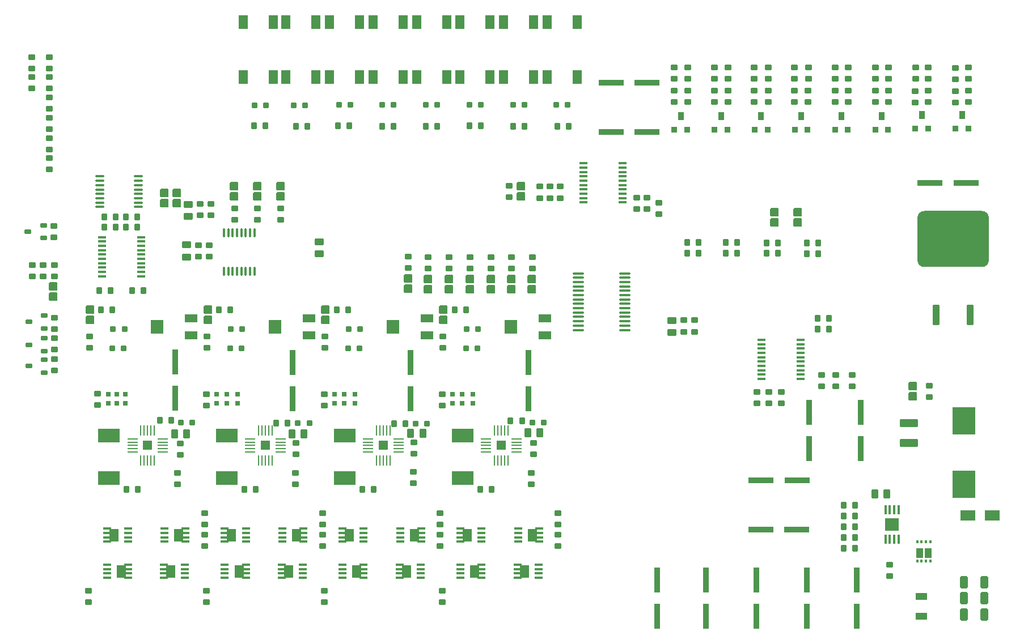
<source format=gtp>
%FSAX24Y24*%
%MOIN*%
G70*
G01*
G75*
G04 Layer_Color=8421504*
%ADD10O,0.0709X0.0138*%
G04:AMPARAMS|DCode=11|XSize=50mil|YSize=50mil|CornerRadius=6.3mil|HoleSize=0mil|Usage=FLASHONLY|Rotation=90.000|XOffset=0mil|YOffset=0mil|HoleType=Round|Shape=RoundedRectangle|*
%AMROUNDEDRECTD11*
21,1,0.0500,0.0375,0,0,90.0*
21,1,0.0375,0.0500,0,0,90.0*
1,1,0.0125,0.0188,0.0188*
1,1,0.0125,0.0188,-0.0188*
1,1,0.0125,-0.0188,-0.0188*
1,1,0.0125,-0.0188,0.0188*
%
%ADD11ROUNDEDRECTD11*%
%ADD12R,0.0354X0.1457*%
G04:AMPARAMS|DCode=13|XSize=55.1mil|YSize=39.4mil|CornerRadius=4.9mil|HoleSize=0mil|Usage=FLASHONLY|Rotation=270.000|XOffset=0mil|YOffset=0mil|HoleType=Round|Shape=RoundedRectangle|*
%AMROUNDEDRECTD13*
21,1,0.0551,0.0295,0,0,270.0*
21,1,0.0453,0.0394,0,0,270.0*
1,1,0.0098,-0.0148,-0.0226*
1,1,0.0098,-0.0148,0.0226*
1,1,0.0098,0.0148,0.0226*
1,1,0.0098,0.0148,-0.0226*
%
%ADD13ROUNDEDRECTD13*%
G04:AMPARAMS|DCode=14|XSize=39.4mil|YSize=35.4mil|CornerRadius=4.4mil|HoleSize=0mil|Usage=FLASHONLY|Rotation=180.000|XOffset=0mil|YOffset=0mil|HoleType=Round|Shape=RoundedRectangle|*
%AMROUNDEDRECTD14*
21,1,0.0394,0.0266,0,0,180.0*
21,1,0.0305,0.0354,0,0,180.0*
1,1,0.0089,-0.0153,0.0133*
1,1,0.0089,0.0153,0.0133*
1,1,0.0089,0.0153,-0.0133*
1,1,0.0089,-0.0153,-0.0133*
%
%ADD14ROUNDEDRECTD14*%
%ADD15R,0.0300X0.0300*%
G04:AMPARAMS|DCode=16|XSize=39.4mil|YSize=35.4mil|CornerRadius=4.4mil|HoleSize=0mil|Usage=FLASHONLY|Rotation=270.000|XOffset=0mil|YOffset=0mil|HoleType=Round|Shape=RoundedRectangle|*
%AMROUNDEDRECTD16*
21,1,0.0394,0.0266,0,0,270.0*
21,1,0.0305,0.0354,0,0,270.0*
1,1,0.0089,-0.0133,-0.0153*
1,1,0.0089,-0.0133,0.0153*
1,1,0.0089,0.0133,0.0153*
1,1,0.0089,0.0133,-0.0153*
%
%ADD16ROUNDEDRECTD16*%
G04:AMPARAMS|DCode=17|XSize=70.9mil|YSize=45.3mil|CornerRadius=5.7mil|HoleSize=0mil|Usage=FLASHONLY|Rotation=90.000|XOffset=0mil|YOffset=0mil|HoleType=Round|Shape=RoundedRectangle|*
%AMROUNDEDRECTD17*
21,1,0.0709,0.0340,0,0,90.0*
21,1,0.0595,0.0453,0,0,90.0*
1,1,0.0113,0.0170,0.0298*
1,1,0.0113,0.0170,-0.0298*
1,1,0.0113,-0.0170,-0.0298*
1,1,0.0113,-0.0170,0.0298*
%
%ADD17ROUNDEDRECTD17*%
G04:AMPARAMS|DCode=18|XSize=106.3mil|YSize=45.3mil|CornerRadius=5.7mil|HoleSize=0mil|Usage=FLASHONLY|Rotation=0.000|XOffset=0mil|YOffset=0mil|HoleType=Round|Shape=RoundedRectangle|*
%AMROUNDEDRECTD18*
21,1,0.1063,0.0340,0,0,0.0*
21,1,0.0950,0.0453,0,0,0.0*
1,1,0.0113,0.0475,-0.0170*
1,1,0.0113,-0.0475,-0.0170*
1,1,0.0113,-0.0475,0.0170*
1,1,0.0113,0.0475,0.0170*
%
%ADD18ROUNDEDRECTD18*%
%ADD19R,0.1457X0.0354*%
G04:AMPARAMS|DCode=20|XSize=55.1mil|YSize=39.4mil|CornerRadius=4.9mil|HoleSize=0mil|Usage=FLASHONLY|Rotation=180.000|XOffset=0mil|YOffset=0mil|HoleType=Round|Shape=RoundedRectangle|*
%AMROUNDEDRECTD20*
21,1,0.0551,0.0295,0,0,180.0*
21,1,0.0453,0.0394,0,0,180.0*
1,1,0.0098,-0.0226,0.0148*
1,1,0.0098,0.0226,0.0148*
1,1,0.0098,0.0226,-0.0148*
1,1,0.0098,-0.0226,-0.0148*
%
%ADD20ROUNDEDRECTD20*%
%ADD21R,0.0860X0.0640*%
%ADD22R,0.0360X0.0360*%
%ADD23R,0.0360X0.0500*%
G04:AMPARAMS|DCode=24|XSize=31.5mil|YSize=31.5mil|CornerRadius=3.9mil|HoleSize=0mil|Usage=FLASHONLY|Rotation=180.000|XOffset=0mil|YOffset=0mil|HoleType=Round|Shape=RoundedRectangle|*
%AMROUNDEDRECTD24*
21,1,0.0315,0.0236,0,0,180.0*
21,1,0.0236,0.0315,0,0,180.0*
1,1,0.0079,-0.0118,0.0118*
1,1,0.0079,0.0118,0.0118*
1,1,0.0079,0.0118,-0.0118*
1,1,0.0079,-0.0118,-0.0118*
%
%ADD24ROUNDEDRECTD24*%
%ADD25R,0.1380X0.1610*%
%ADD26R,0.0500X0.0160*%
%ADD27R,0.0680X0.0880*%
%ADD28R,0.1043X0.0772*%
%ADD29R,0.0157X0.0500*%
G04:AMPARAMS|DCode=30|XSize=23.6mil|YSize=39.4mil|CornerRadius=3mil|HoleSize=0mil|Usage=FLASHONLY|Rotation=90.000|XOffset=0mil|YOffset=0mil|HoleType=Round|Shape=RoundedRectangle|*
%AMROUNDEDRECTD30*
21,1,0.0236,0.0335,0,0,90.0*
21,1,0.0177,0.0394,0,0,90.0*
1,1,0.0059,0.0167,0.0089*
1,1,0.0059,0.0167,-0.0089*
1,1,0.0059,-0.0167,-0.0089*
1,1,0.0059,-0.0167,0.0089*
%
%ADD30ROUNDEDRECTD30*%
%ADD31R,0.1250X0.0800*%
%ADD32R,0.0710X0.0440*%
%ADD33R,0.0551X0.0827*%
%ADD34R,0.0748X0.0787*%
%ADD35R,0.0748X0.0512*%
%ADD36R,0.0965X0.0965*%
%ADD37R,0.0100X0.0591*%
%ADD38R,0.0591X0.0100*%
%ADD39O,0.0157X0.0591*%
%ADD40R,0.0161X0.0540*%
%ADD41R,0.0790X0.0740*%
G04:AMPARAMS|DCode=42|XSize=330mil|YSize=420mil|CornerRadius=41.3mil|HoleSize=0mil|Usage=FLASHONLY|Rotation=270.000|XOffset=0mil|YOffset=0mil|HoleType=Round|Shape=RoundedRectangle|*
%AMROUNDEDRECTD42*
21,1,0.3300,0.3375,0,0,270.0*
21,1,0.2475,0.4200,0,0,270.0*
1,1,0.0825,-0.1688,-0.1238*
1,1,0.0825,-0.1688,0.1238*
1,1,0.0825,0.1688,0.1238*
1,1,0.0825,0.1688,-0.1238*
%
%ADD42ROUNDEDRECTD42*%
G04:AMPARAMS|DCode=43|XSize=120mil|YSize=40mil|CornerRadius=5mil|HoleSize=0mil|Usage=FLASHONLY|Rotation=270.000|XOffset=0mil|YOffset=0mil|HoleType=Round|Shape=RoundedRectangle|*
%AMROUNDEDRECTD43*
21,1,0.1200,0.0300,0,0,270.0*
21,1,0.1100,0.0400,0,0,270.0*
1,1,0.0100,-0.0150,-0.0550*
1,1,0.0100,-0.0150,0.0550*
1,1,0.0100,0.0150,0.0550*
1,1,0.0100,0.0150,-0.0550*
%
%ADD43ROUNDEDRECTD43*%
%ADD44O,0.0591X0.0157*%
%ADD45O,0.0591X0.0157*%
%ADD46C,0.0080*%
%ADD47C,0.0100*%
%ADD48C,0.0150*%
%ADD49C,0.1000*%
%ADD50C,0.0500*%
%ADD51C,0.0350*%
%ADD52C,0.0450*%
%ADD53C,0.0200*%
%ADD54C,0.0600*%
%ADD55C,0.0300*%
%ADD56C,0.0400*%
%ADD57C,0.0250*%
%ADD58C,0.2087*%
%ADD59C,0.0600*%
%ADD60C,0.0900*%
%ADD61O,0.0650X0.0900*%
%ADD62C,0.0800*%
%ADD63O,0.0413X0.0591*%
%ADD64O,0.0591X0.0787*%
G04:AMPARAMS|DCode=65|XSize=78.7mil|YSize=59.1mil|CornerRadius=7.4mil|HoleSize=0mil|Usage=FLASHONLY|Rotation=90.000|XOffset=0mil|YOffset=0mil|HoleType=Round|Shape=RoundedRectangle|*
%AMROUNDEDRECTD65*
21,1,0.0787,0.0443,0,0,90.0*
21,1,0.0640,0.0591,0,0,90.0*
1,1,0.0148,0.0221,0.0320*
1,1,0.0148,0.0221,-0.0320*
1,1,0.0148,-0.0221,-0.0320*
1,1,0.0148,-0.0221,0.0320*
%
%ADD65ROUNDEDRECTD65*%
G04:AMPARAMS|DCode=66|XSize=78.7mil|YSize=78.7mil|CornerRadius=19.7mil|HoleSize=0mil|Usage=FLASHONLY|Rotation=0.000|XOffset=0mil|YOffset=0mil|HoleType=Round|Shape=RoundedRectangle|*
%AMROUNDEDRECTD66*
21,1,0.0787,0.0394,0,0,0.0*
21,1,0.0394,0.0787,0,0,0.0*
1,1,0.0394,0.0197,-0.0197*
1,1,0.0394,-0.0197,-0.0197*
1,1,0.0394,-0.0197,0.0197*
1,1,0.0394,0.0197,0.0197*
%
%ADD66ROUNDEDRECTD66*%
%ADD67C,0.0591*%
G04:AMPARAMS|DCode=68|XSize=59.1mil|YSize=59.1mil|CornerRadius=7.4mil|HoleSize=0mil|Usage=FLASHONLY|Rotation=0.000|XOffset=0mil|YOffset=0mil|HoleType=Round|Shape=RoundedRectangle|*
%AMROUNDEDRECTD68*
21,1,0.0591,0.0443,0,0,0.0*
21,1,0.0443,0.0591,0,0,0.0*
1,1,0.0148,0.0221,-0.0221*
1,1,0.0148,-0.0221,-0.0221*
1,1,0.0148,-0.0221,0.0221*
1,1,0.0148,0.0221,0.0221*
%
%ADD68ROUNDEDRECTD68*%
%ADD69C,0.0394*%
%ADD70O,0.0591X0.0413*%
%ADD71O,0.0600X0.0800*%
%ADD72O,0.0550X0.0800*%
%ADD73C,0.0300*%
%ADD74C,0.0250*%
%ADD75C,0.0290*%
%ADD76C,0.0310*%
%ADD77C,0.0360*%
%ADD78C,0.0350*%
%ADD79C,0.0098*%
%ADD80C,0.0197*%
%ADD81C,0.0060*%
%ADD82C,0.0050*%
%ADD83C,0.0236*%
%ADD84C,0.0070*%
%ADD85C,0.0079*%
%ADD86C,0.0075*%
%ADD87C,0.0090*%
%ADD88C,0.0040*%
%ADD89R,0.0669X0.0738*%
%ADD90R,0.0650X0.0768*%
%ADD91R,0.0738X0.0669*%
%ADD92R,0.0768X0.0650*%
%ADD93R,0.0472X0.0118*%
%ADD94R,0.0523X0.0723*%
%ADD95R,0.0571X0.0571*%
%ADD96O,0.0117X0.0551*%
%ADD97O,0.0551X0.0117*%
G36*
X070530Y045207D02*
X070396D01*
Y045384D01*
X070530D01*
Y045207D01*
D02*
G37*
G36*
Y045474D02*
X070128D01*
Y046045D01*
X070530D01*
Y045474D01*
D02*
G37*
G36*
X070274Y045207D02*
X070140D01*
Y045384D01*
X070274D01*
Y045207D01*
D02*
G37*
G36*
X069762D02*
X069628D01*
Y045384D01*
X069762D01*
Y045207D01*
D02*
G37*
G36*
X070018D02*
X069884D01*
Y045384D01*
X070018D01*
Y045207D01*
D02*
G37*
G36*
X070274Y046339D02*
X070140D01*
Y046516D01*
X070274D01*
Y046339D01*
D02*
G37*
G36*
X070530D02*
X070396D01*
Y046516D01*
X070530D01*
Y046339D01*
D02*
G37*
G36*
X069762D02*
X069628D01*
Y046516D01*
X069762D01*
Y046339D01*
D02*
G37*
G36*
X070030Y045474D02*
X069628D01*
Y046045D01*
X070030D01*
Y045474D01*
D02*
G37*
G36*
X070018Y046335D02*
X069884D01*
Y046512D01*
X070018D01*
Y046335D01*
D02*
G37*
D10*
X049761Y058898D02*
D03*
Y059154D02*
D03*
Y059410D02*
D03*
Y059666D02*
D03*
Y059922D02*
D03*
Y060178D02*
D03*
Y060433D02*
D03*
Y060689D02*
D03*
Y060945D02*
D03*
Y061201D02*
D03*
Y061457D02*
D03*
Y061713D02*
D03*
Y061969D02*
D03*
Y062225D02*
D03*
X052517D02*
D03*
Y061969D02*
D03*
Y061713D02*
D03*
Y061457D02*
D03*
Y061201D02*
D03*
Y060945D02*
D03*
Y060689D02*
D03*
Y060433D02*
D03*
Y060178D02*
D03*
Y059922D02*
D03*
Y059666D02*
D03*
Y059410D02*
D03*
Y059154D02*
D03*
Y058898D02*
D03*
D11*
X025431Y066939D02*
D03*
Y066339D02*
D03*
X032283Y067347D02*
D03*
Y066747D02*
D03*
X040945Y061275D02*
D03*
Y061875D02*
D03*
X026159Y066944D02*
D03*
Y066344D02*
D03*
X030906Y067347D02*
D03*
Y066747D02*
D03*
X042163Y061275D02*
D03*
Y061875D02*
D03*
X029528Y067347D02*
D03*
Y066747D02*
D03*
X043406Y061275D02*
D03*
Y061875D02*
D03*
X044646Y061275D02*
D03*
Y061875D02*
D03*
X045827Y061275D02*
D03*
Y061875D02*
D03*
X047047Y061275D02*
D03*
Y061875D02*
D03*
X069449Y054976D02*
D03*
Y055576D02*
D03*
X046388Y067357D02*
D03*
Y066757D02*
D03*
X018898Y060842D02*
D03*
Y061442D02*
D03*
X021063Y060071D02*
D03*
Y059471D02*
D03*
X027992Y060071D02*
D03*
Y059471D02*
D03*
X034921Y060071D02*
D03*
Y059471D02*
D03*
X041850Y060071D02*
D03*
Y059471D02*
D03*
X039764Y061314D02*
D03*
Y061914D02*
D03*
X061309Y065831D02*
D03*
Y065231D02*
D03*
X062657Y065812D02*
D03*
Y065212D02*
D03*
D12*
X026061Y054895D02*
D03*
Y057021D02*
D03*
X032975Y054855D02*
D03*
Y056981D02*
D03*
X039904Y054855D02*
D03*
Y056981D02*
D03*
X046833Y054855D02*
D03*
Y056981D02*
D03*
X063346Y054055D02*
D03*
Y051929D02*
D03*
X066378Y054055D02*
D03*
Y051929D02*
D03*
X066142Y042047D02*
D03*
Y044173D02*
D03*
X054409Y042047D02*
D03*
Y044173D02*
D03*
X060236Y042047D02*
D03*
Y044173D02*
D03*
X063189Y042047D02*
D03*
Y044173D02*
D03*
X057283Y042047D02*
D03*
Y044173D02*
D03*
D13*
X026742Y052776D02*
D03*
X026033D02*
D03*
X033652D02*
D03*
X032943D02*
D03*
X040630Y052815D02*
D03*
X039921D02*
D03*
X047520Y052835D02*
D03*
X046811D02*
D03*
X067205Y049252D02*
D03*
X067913D02*
D03*
D14*
X026378Y052224D02*
D03*
Y051555D02*
D03*
X033179Y052237D02*
D03*
Y051568D02*
D03*
X040098Y052274D02*
D03*
Y051604D02*
D03*
X047126Y052254D02*
D03*
Y051585D02*
D03*
X026211Y050492D02*
D03*
Y049823D02*
D03*
X033150Y050472D02*
D03*
Y049803D02*
D03*
X040069Y050561D02*
D03*
Y049892D02*
D03*
X047018Y050482D02*
D03*
Y049813D02*
D03*
X056201Y073681D02*
D03*
Y074350D02*
D03*
X028081Y063898D02*
D03*
Y063228D02*
D03*
X027441Y063878D02*
D03*
Y063209D02*
D03*
X058563Y073681D02*
D03*
Y074350D02*
D03*
X060945Y073681D02*
D03*
Y074350D02*
D03*
X055984Y059468D02*
D03*
Y058799D02*
D03*
X056614Y059468D02*
D03*
Y058799D02*
D03*
X063307Y073681D02*
D03*
Y074350D02*
D03*
X065650Y073681D02*
D03*
Y074350D02*
D03*
X067992Y073681D02*
D03*
Y074350D02*
D03*
X070354Y073681D02*
D03*
Y074350D02*
D03*
X064055Y055571D02*
D03*
Y056240D02*
D03*
X064921Y055571D02*
D03*
Y056240D02*
D03*
X065866Y055571D02*
D03*
Y056240D02*
D03*
X072717Y073681D02*
D03*
Y074350D02*
D03*
X060276Y055256D02*
D03*
Y054587D02*
D03*
X060984Y055263D02*
D03*
Y054594D02*
D03*
X061693Y055263D02*
D03*
Y054594D02*
D03*
X054508Y065728D02*
D03*
Y066398D02*
D03*
X053819Y066014D02*
D03*
Y066683D02*
D03*
X053194Y066004D02*
D03*
Y066673D02*
D03*
X047500Y067333D02*
D03*
Y066663D02*
D03*
X048720Y067333D02*
D03*
Y066663D02*
D03*
X048110Y067333D02*
D03*
Y066663D02*
D03*
X027549Y065650D02*
D03*
Y066319D02*
D03*
X028169Y065650D02*
D03*
Y066319D02*
D03*
X017638Y074961D02*
D03*
Y074291D02*
D03*
X018661Y074961D02*
D03*
Y074291D02*
D03*
X018661Y072579D02*
D03*
Y071909D02*
D03*
X018661Y070197D02*
D03*
Y069527D02*
D03*
X027793Y047434D02*
D03*
Y048103D02*
D03*
X034722Y047434D02*
D03*
Y048103D02*
D03*
X041651Y047434D02*
D03*
Y048103D02*
D03*
X048580Y047434D02*
D03*
Y048103D02*
D03*
X020982Y042867D02*
D03*
Y043537D02*
D03*
X027911Y042867D02*
D03*
Y043537D02*
D03*
X034840Y042867D02*
D03*
Y043537D02*
D03*
X041769Y042867D02*
D03*
Y043537D02*
D03*
X027795Y046838D02*
D03*
Y046169D02*
D03*
X034724Y046838D02*
D03*
Y046169D02*
D03*
X041654Y046838D02*
D03*
Y046169D02*
D03*
X048583Y046838D02*
D03*
Y046169D02*
D03*
X045689Y067382D02*
D03*
Y066713D02*
D03*
X021496Y054468D02*
D03*
Y055138D02*
D03*
X027913Y054437D02*
D03*
Y055106D02*
D03*
X034843Y054437D02*
D03*
Y055106D02*
D03*
X041772Y054437D02*
D03*
Y055106D02*
D03*
X021024Y058531D02*
D03*
Y057862D02*
D03*
X027953Y058531D02*
D03*
Y057862D02*
D03*
X034882Y058531D02*
D03*
Y057862D02*
D03*
X041811Y058531D02*
D03*
Y057862D02*
D03*
X056201Y072303D02*
D03*
Y072972D02*
D03*
X055413Y072972D02*
D03*
Y072303D02*
D03*
Y074350D02*
D03*
Y073681D02*
D03*
X029567Y065374D02*
D03*
Y066043D02*
D03*
X058563Y072303D02*
D03*
Y072972D02*
D03*
X068081Y045098D02*
D03*
Y044429D02*
D03*
X030906Y065374D02*
D03*
Y066043D02*
D03*
X057776Y072972D02*
D03*
Y072303D02*
D03*
Y074350D02*
D03*
Y073681D02*
D03*
X032283Y065374D02*
D03*
Y066043D02*
D03*
X060925Y072303D02*
D03*
Y072972D02*
D03*
X060118Y072972D02*
D03*
Y072303D02*
D03*
Y074350D02*
D03*
Y073681D02*
D03*
X040945Y063169D02*
D03*
Y062500D02*
D03*
X063287Y072303D02*
D03*
Y072972D02*
D03*
X042165Y063169D02*
D03*
Y062500D02*
D03*
X062480Y072972D02*
D03*
Y072303D02*
D03*
Y074350D02*
D03*
Y073681D02*
D03*
X043406Y063169D02*
D03*
Y062500D02*
D03*
X044652Y063169D02*
D03*
Y062500D02*
D03*
X047066Y063169D02*
D03*
Y062500D02*
D03*
X045827Y063169D02*
D03*
Y062500D02*
D03*
X065650Y072303D02*
D03*
Y072972D02*
D03*
X064882Y072972D02*
D03*
Y072303D02*
D03*
X064862Y074350D02*
D03*
Y073681D02*
D03*
X039764Y063209D02*
D03*
Y062539D02*
D03*
X068012Y072303D02*
D03*
Y072972D02*
D03*
X067224Y072972D02*
D03*
Y072303D02*
D03*
Y074350D02*
D03*
Y073681D02*
D03*
X070354Y072303D02*
D03*
Y072972D02*
D03*
X069587Y072953D02*
D03*
Y072283D02*
D03*
X069606Y074350D02*
D03*
Y073681D02*
D03*
X070413Y054941D02*
D03*
Y055610D02*
D03*
X072717Y072303D02*
D03*
Y072972D02*
D03*
X071949Y072953D02*
D03*
Y072283D02*
D03*
Y074331D02*
D03*
Y073661D02*
D03*
X018957Y062726D02*
D03*
Y062057D02*
D03*
X018307Y062047D02*
D03*
Y062717D02*
D03*
X017677Y062047D02*
D03*
Y062717D02*
D03*
X018661Y069016D02*
D03*
Y068346D02*
D03*
Y071398D02*
D03*
Y070728D02*
D03*
Y073780D02*
D03*
Y073110D02*
D03*
X017638Y073780D02*
D03*
Y073110D02*
D03*
X018937Y065020D02*
D03*
Y064350D02*
D03*
X018976Y059626D02*
D03*
Y058957D02*
D03*
Y058406D02*
D03*
Y057736D02*
D03*
Y057185D02*
D03*
Y056516D02*
D03*
D15*
X022126Y054568D02*
D03*
Y055118D02*
D03*
X028502Y054581D02*
D03*
Y055131D02*
D03*
X035431Y054581D02*
D03*
Y055131D02*
D03*
X042360Y054581D02*
D03*
Y055131D02*
D03*
X023150Y055117D02*
D03*
Y054567D02*
D03*
X029722Y055130D02*
D03*
Y054580D02*
D03*
X036651Y055130D02*
D03*
Y054580D02*
D03*
X043580Y055130D02*
D03*
Y054580D02*
D03*
X022638Y054568D02*
D03*
Y055118D02*
D03*
X029092Y054581D02*
D03*
Y055131D02*
D03*
X036021Y054581D02*
D03*
Y055131D02*
D03*
X042950Y054581D02*
D03*
Y055131D02*
D03*
D16*
X065374Y046693D02*
D03*
X066043D02*
D03*
X066043Y047953D02*
D03*
X065374D02*
D03*
X060846Y064016D02*
D03*
X061516D02*
D03*
X063211Y064016D02*
D03*
X063880D02*
D03*
X056177Y064055D02*
D03*
X056847D02*
D03*
X058445Y064035D02*
D03*
X059114D02*
D03*
X021604Y061230D02*
D03*
X022274D02*
D03*
X023533Y061220D02*
D03*
X024203D02*
D03*
X021890Y064951D02*
D03*
X022559D02*
D03*
X023848D02*
D03*
X023179D02*
D03*
X021890Y065561D02*
D03*
X022559D02*
D03*
X023848D02*
D03*
X023179D02*
D03*
X023206Y049501D02*
D03*
X023876D02*
D03*
X030135D02*
D03*
X030805D02*
D03*
X037065D02*
D03*
X037734D02*
D03*
X043994D02*
D03*
X044663D02*
D03*
X021713Y060086D02*
D03*
X022382D02*
D03*
X028642D02*
D03*
X029311D02*
D03*
X035571D02*
D03*
X036240D02*
D03*
X042500D02*
D03*
X043169D02*
D03*
X058445Y063406D02*
D03*
X059114D02*
D03*
X056177Y063425D02*
D03*
X056847D02*
D03*
X065374Y046063D02*
D03*
X066043D02*
D03*
X066043Y047323D02*
D03*
X065374D02*
D03*
X065374Y048583D02*
D03*
X066043D02*
D03*
X025837Y053573D02*
D03*
X025167D02*
D03*
X032667Y053406D02*
D03*
X031998D02*
D03*
X039616Y053386D02*
D03*
X038947D02*
D03*
X046457Y053543D02*
D03*
X045787D02*
D03*
X049193Y070866D02*
D03*
X048524D02*
D03*
X046594D02*
D03*
X045925D02*
D03*
X044035Y070906D02*
D03*
X043366D02*
D03*
X041476Y070866D02*
D03*
X040807D02*
D03*
X038917D02*
D03*
X038248D02*
D03*
X035650Y070906D02*
D03*
X036319D02*
D03*
X033839Y070866D02*
D03*
X033169D02*
D03*
X063211Y063386D02*
D03*
X063880D02*
D03*
X060846Y063406D02*
D03*
X061516D02*
D03*
X031358Y070906D02*
D03*
X030689D02*
D03*
X063848Y058937D02*
D03*
X064518D02*
D03*
X063848Y059587D02*
D03*
X064518D02*
D03*
D17*
X072441Y043110D02*
D03*
X073622D02*
D03*
X072441Y042165D02*
D03*
X073622D02*
D03*
X072441Y044055D02*
D03*
X073622D02*
D03*
D18*
X069213Y053425D02*
D03*
Y052244D02*
D03*
D19*
X070433Y067559D02*
D03*
X072559D02*
D03*
X060512Y050039D02*
D03*
X062638D02*
D03*
X060488Y047165D02*
D03*
X062614D02*
D03*
X053819Y070551D02*
D03*
X051693D02*
D03*
X053819Y073465D02*
D03*
X051693D02*
D03*
D20*
X026742Y063195D02*
D03*
Y063903D02*
D03*
X055276Y058740D02*
D03*
Y059449D02*
D03*
X026850Y066299D02*
D03*
Y065591D02*
D03*
X034537Y064085D02*
D03*
Y063376D02*
D03*
D21*
X074116Y047992D02*
D03*
X072656D02*
D03*
D22*
X056163Y070669D02*
D03*
X055413Y070669D02*
D03*
X058526Y070669D02*
D03*
X057776Y070669D02*
D03*
X060888Y070669D02*
D03*
X060138Y070669D02*
D03*
X063250Y070669D02*
D03*
X062500Y070669D02*
D03*
X065612Y070669D02*
D03*
X064862Y070669D02*
D03*
X067974Y070669D02*
D03*
X067224Y070669D02*
D03*
X070337Y070748D02*
D03*
X069587Y070748D02*
D03*
X072699Y070748D02*
D03*
X071949Y070748D02*
D03*
D23*
X055793Y071469D02*
D03*
X058156D02*
D03*
X060518Y071469D02*
D03*
X062880Y071469D02*
D03*
X065242D02*
D03*
X067604D02*
D03*
X069967Y071548D02*
D03*
X072329D02*
D03*
D24*
X022421Y058945D02*
D03*
X023091D02*
D03*
X029350D02*
D03*
X030020D02*
D03*
X036280D02*
D03*
X036949D02*
D03*
X043209D02*
D03*
X043878D02*
D03*
X048484Y072146D02*
D03*
X049154D02*
D03*
X045925Y072146D02*
D03*
X046594D02*
D03*
X043366Y072146D02*
D03*
X044035D02*
D03*
X040807D02*
D03*
X041476D02*
D03*
X038248D02*
D03*
X038917D02*
D03*
X035689D02*
D03*
X036358D02*
D03*
X033051Y072126D02*
D03*
X033720D02*
D03*
X030728D02*
D03*
X031398D02*
D03*
X026398Y053465D02*
D03*
X027067D02*
D03*
X033287Y053406D02*
D03*
X033957D02*
D03*
X040197Y053386D02*
D03*
X040866D02*
D03*
X047067Y053455D02*
D03*
X047736D02*
D03*
X022382Y057803D02*
D03*
X023051D02*
D03*
X029311D02*
D03*
X029980D02*
D03*
X036240D02*
D03*
X036909D02*
D03*
X043169D02*
D03*
X043839D02*
D03*
D25*
X072441Y053563D02*
D03*
Y049823D02*
D03*
D26*
X023295Y046434D02*
D03*
Y046694D02*
D03*
Y046954D02*
D03*
Y047214D02*
D03*
X022055Y046434D02*
D03*
Y046694D02*
D03*
Y046954D02*
D03*
Y047214D02*
D03*
X030224Y046434D02*
D03*
Y046694D02*
D03*
Y046954D02*
D03*
Y047214D02*
D03*
X028984Y046434D02*
D03*
Y046694D02*
D03*
Y046954D02*
D03*
Y047214D02*
D03*
X037153Y046434D02*
D03*
Y046694D02*
D03*
Y046954D02*
D03*
Y047214D02*
D03*
X035913Y046434D02*
D03*
Y046694D02*
D03*
Y046954D02*
D03*
Y047214D02*
D03*
X044082Y046434D02*
D03*
Y046694D02*
D03*
Y046954D02*
D03*
Y047214D02*
D03*
X042842Y046434D02*
D03*
Y046694D02*
D03*
Y046954D02*
D03*
Y047214D02*
D03*
X025441D02*
D03*
Y046954D02*
D03*
Y046694D02*
D03*
Y046434D02*
D03*
X026681Y047214D02*
D03*
Y046954D02*
D03*
Y046694D02*
D03*
Y046434D02*
D03*
X032370Y047214D02*
D03*
Y046954D02*
D03*
Y046694D02*
D03*
Y046434D02*
D03*
X033610Y047214D02*
D03*
Y046954D02*
D03*
Y046694D02*
D03*
Y046434D02*
D03*
X039299Y047214D02*
D03*
Y046954D02*
D03*
Y046694D02*
D03*
Y046434D02*
D03*
X040539Y047214D02*
D03*
Y046954D02*
D03*
Y046694D02*
D03*
Y046434D02*
D03*
X046228Y047214D02*
D03*
Y046954D02*
D03*
Y046694D02*
D03*
Y046434D02*
D03*
X047468Y047214D02*
D03*
Y046954D02*
D03*
Y046694D02*
D03*
Y046434D02*
D03*
X022055Y045088D02*
D03*
Y044828D02*
D03*
Y044568D02*
D03*
Y044308D02*
D03*
X023295Y045088D02*
D03*
Y044828D02*
D03*
Y044568D02*
D03*
Y044308D02*
D03*
X028984Y045088D02*
D03*
Y044828D02*
D03*
Y044568D02*
D03*
Y044308D02*
D03*
X030224Y045088D02*
D03*
Y044828D02*
D03*
Y044568D02*
D03*
Y044308D02*
D03*
X035913Y045088D02*
D03*
Y044828D02*
D03*
Y044568D02*
D03*
Y044308D02*
D03*
X037153Y045088D02*
D03*
Y044828D02*
D03*
Y044568D02*
D03*
Y044308D02*
D03*
X042842Y045088D02*
D03*
Y044828D02*
D03*
Y044568D02*
D03*
Y044308D02*
D03*
X044082Y045088D02*
D03*
Y044828D02*
D03*
Y044568D02*
D03*
Y044308D02*
D03*
X026641D02*
D03*
Y044568D02*
D03*
Y044828D02*
D03*
Y045088D02*
D03*
X025401Y044308D02*
D03*
Y044568D02*
D03*
Y044828D02*
D03*
Y045088D02*
D03*
X033570Y044308D02*
D03*
Y044568D02*
D03*
Y044828D02*
D03*
Y045088D02*
D03*
X032330Y044308D02*
D03*
Y044568D02*
D03*
Y044828D02*
D03*
Y045088D02*
D03*
X040500Y044308D02*
D03*
Y044568D02*
D03*
Y044828D02*
D03*
Y045088D02*
D03*
X039260Y044308D02*
D03*
Y044568D02*
D03*
Y044828D02*
D03*
Y045088D02*
D03*
X047429Y044308D02*
D03*
Y044568D02*
D03*
Y044828D02*
D03*
Y045088D02*
D03*
X046189Y044308D02*
D03*
Y044568D02*
D03*
Y044828D02*
D03*
Y045088D02*
D03*
D30*
X018366Y056398D02*
D03*
Y057146D02*
D03*
X017461Y056772D02*
D03*
X018366Y057657D02*
D03*
Y058406D02*
D03*
X017461Y058032D02*
D03*
X018366Y058996D02*
D03*
Y059744D02*
D03*
X017461Y059370D02*
D03*
X018327Y064311D02*
D03*
Y065059D02*
D03*
X017421Y064685D02*
D03*
D31*
X022172Y050187D02*
D03*
Y052687D02*
D03*
X029101Y050187D02*
D03*
Y052687D02*
D03*
X036030Y050187D02*
D03*
Y052687D02*
D03*
X042959Y050187D02*
D03*
Y052687D02*
D03*
D32*
X069951Y043228D02*
D03*
Y042048D02*
D03*
D33*
X049705Y073780D02*
D03*
X047933D02*
D03*
Y077008D02*
D03*
X049705D02*
D03*
X047146Y073780D02*
D03*
X045374D02*
D03*
Y077008D02*
D03*
X047146D02*
D03*
X044587Y073780D02*
D03*
X042815D02*
D03*
Y077008D02*
D03*
X044587D02*
D03*
X042028Y073780D02*
D03*
X040256D02*
D03*
Y077008D02*
D03*
X042028D02*
D03*
X039469Y073780D02*
D03*
X037697D02*
D03*
Y077008D02*
D03*
X039469D02*
D03*
X036909Y073780D02*
D03*
X035138D02*
D03*
Y077008D02*
D03*
X036909D02*
D03*
X034350Y073780D02*
D03*
X032579D02*
D03*
Y077008D02*
D03*
X034350D02*
D03*
X031831Y073780D02*
D03*
X030059D02*
D03*
Y077008D02*
D03*
X031831D02*
D03*
D34*
X025008Y059090D02*
D03*
X031937D02*
D03*
X038866D02*
D03*
X045795D02*
D03*
D35*
X027008Y059590D02*
D03*
Y058590D02*
D03*
X033937Y059590D02*
D03*
Y058590D02*
D03*
X040866Y059590D02*
D03*
Y058590D02*
D03*
X047795Y059590D02*
D03*
Y058590D02*
D03*
D37*
X024053Y052989D02*
D03*
X024250D02*
D03*
X024446D02*
D03*
X024643D02*
D03*
X024840D02*
D03*
Y051210D02*
D03*
X024643D02*
D03*
X024446D02*
D03*
X024250D02*
D03*
X024053D02*
D03*
X030982Y052989D02*
D03*
X031179D02*
D03*
X031376D02*
D03*
X031572D02*
D03*
X031769D02*
D03*
Y051210D02*
D03*
X031572D02*
D03*
X031376D02*
D03*
X031179D02*
D03*
X030982D02*
D03*
X037911Y052989D02*
D03*
X038108D02*
D03*
X038305D02*
D03*
X038502D02*
D03*
X038698D02*
D03*
Y051210D02*
D03*
X038502D02*
D03*
X038305D02*
D03*
X038108D02*
D03*
X037911D02*
D03*
X044840Y052989D02*
D03*
X045037D02*
D03*
X045234D02*
D03*
X045431D02*
D03*
X045628D02*
D03*
Y051210D02*
D03*
X045431D02*
D03*
X045234D02*
D03*
X045037D02*
D03*
X044840D02*
D03*
D38*
X025336Y052493D02*
D03*
Y052296D02*
D03*
Y052100D02*
D03*
Y051903D02*
D03*
Y051706D02*
D03*
X023557D02*
D03*
Y051903D02*
D03*
Y052100D02*
D03*
Y052296D02*
D03*
Y052493D02*
D03*
X032265D02*
D03*
Y052296D02*
D03*
Y052100D02*
D03*
Y051903D02*
D03*
Y051706D02*
D03*
X030486D02*
D03*
Y051903D02*
D03*
Y052100D02*
D03*
Y052296D02*
D03*
Y052493D02*
D03*
X039194D02*
D03*
Y052296D02*
D03*
Y052100D02*
D03*
Y051903D02*
D03*
Y051706D02*
D03*
X037415D02*
D03*
Y051903D02*
D03*
Y052100D02*
D03*
Y052296D02*
D03*
Y052493D02*
D03*
X046124D02*
D03*
Y052296D02*
D03*
Y052100D02*
D03*
Y051903D02*
D03*
Y051706D02*
D03*
X044344D02*
D03*
Y051903D02*
D03*
Y052100D02*
D03*
Y052296D02*
D03*
Y052493D02*
D03*
D40*
X067825Y046576D02*
D03*
X068081D02*
D03*
X068337D02*
D03*
X068593D02*
D03*
Y048306D02*
D03*
X068337D02*
D03*
X068081D02*
D03*
X067825D02*
D03*
D41*
X068209Y047441D02*
D03*
D42*
X071798Y064233D02*
D03*
D43*
X072798Y059783D02*
D03*
X070798D02*
D03*
D93*
X060551Y057549D02*
D03*
Y057293D02*
D03*
Y057037D02*
D03*
Y056782D02*
D03*
Y056526D02*
D03*
Y056270D02*
D03*
Y056014D02*
D03*
X062835D02*
D03*
Y056270D02*
D03*
Y056526D02*
D03*
Y056782D02*
D03*
Y057037D02*
D03*
Y057293D02*
D03*
Y057549D02*
D03*
Y058317D02*
D03*
Y058061D02*
D03*
Y057805D02*
D03*
X060551D02*
D03*
Y058061D02*
D03*
Y058317D02*
D03*
X050079Y067943D02*
D03*
Y067687D02*
D03*
Y067431D02*
D03*
Y067175D02*
D03*
Y066919D02*
D03*
Y066663D02*
D03*
Y066407D02*
D03*
X052362D02*
D03*
Y066663D02*
D03*
Y066919D02*
D03*
Y067175D02*
D03*
Y067431D02*
D03*
Y067687D02*
D03*
Y067943D02*
D03*
Y068711D02*
D03*
Y068455D02*
D03*
Y068199D02*
D03*
X050079D02*
D03*
Y068455D02*
D03*
Y068711D02*
D03*
X021772Y063593D02*
D03*
Y063337D02*
D03*
Y063081D02*
D03*
Y062825D02*
D03*
Y062569D02*
D03*
Y062313D02*
D03*
Y062057D02*
D03*
X024055D02*
D03*
Y062313D02*
D03*
Y062569D02*
D03*
Y062825D02*
D03*
Y063081D02*
D03*
Y063337D02*
D03*
Y063593D02*
D03*
Y064360D02*
D03*
Y064104D02*
D03*
Y063848D02*
D03*
X021772D02*
D03*
Y064104D02*
D03*
Y064360D02*
D03*
D94*
X022455Y046824D02*
D03*
X029384D02*
D03*
X036313D02*
D03*
X043242D02*
D03*
X026281D02*
D03*
X033210D02*
D03*
X040139D02*
D03*
X047068D02*
D03*
X022895Y044698D02*
D03*
X029824D02*
D03*
X036753D02*
D03*
X043682D02*
D03*
X025801D02*
D03*
X032730D02*
D03*
X039660D02*
D03*
X046589D02*
D03*
D95*
X024446Y052100D02*
D03*
X031376D02*
D03*
X038305D02*
D03*
X045234D02*
D03*
D96*
X029961Y062333D02*
D03*
X028937Y064616D02*
D03*
Y062333D02*
D03*
X029193D02*
D03*
X029449D02*
D03*
X029705D02*
D03*
X029193Y064616D02*
D03*
X029449D02*
D03*
X029705D02*
D03*
X029961D02*
D03*
X030728D02*
D03*
X030472D02*
D03*
X030217D02*
D03*
X030472Y062333D02*
D03*
X030217D02*
D03*
X030728D02*
D03*
D97*
X021624Y066909D02*
D03*
X023907Y067933D02*
D03*
X021624D02*
D03*
Y067677D02*
D03*
Y067421D02*
D03*
Y067165D02*
D03*
X023907Y067677D02*
D03*
Y067421D02*
D03*
Y067165D02*
D03*
Y066909D02*
D03*
Y066142D02*
D03*
Y066398D02*
D03*
Y066654D02*
D03*
X021624Y066398D02*
D03*
Y066654D02*
D03*
Y066142D02*
D03*
M02*

</source>
